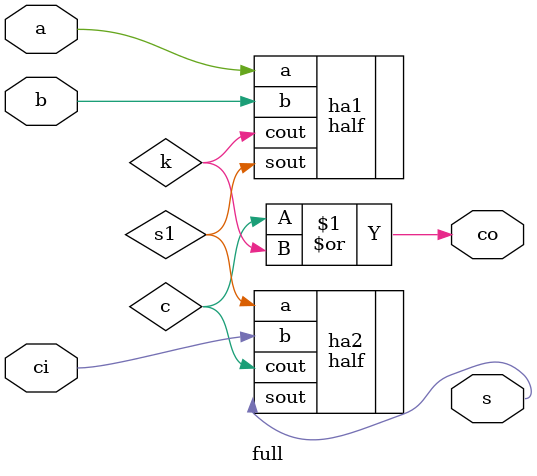
<source format=v>
module full(
	input a,
	input b,
	input ci,
	output s,
	output co
	);
	
wire s1,k,c;

half ha1(.sout(s1),.cout(k),.a(a),.b(b));
half ha2(.sout(s),.cout(c),.a(s1),.b(ci));

or a1(co,c,k);

endmodule

</source>
